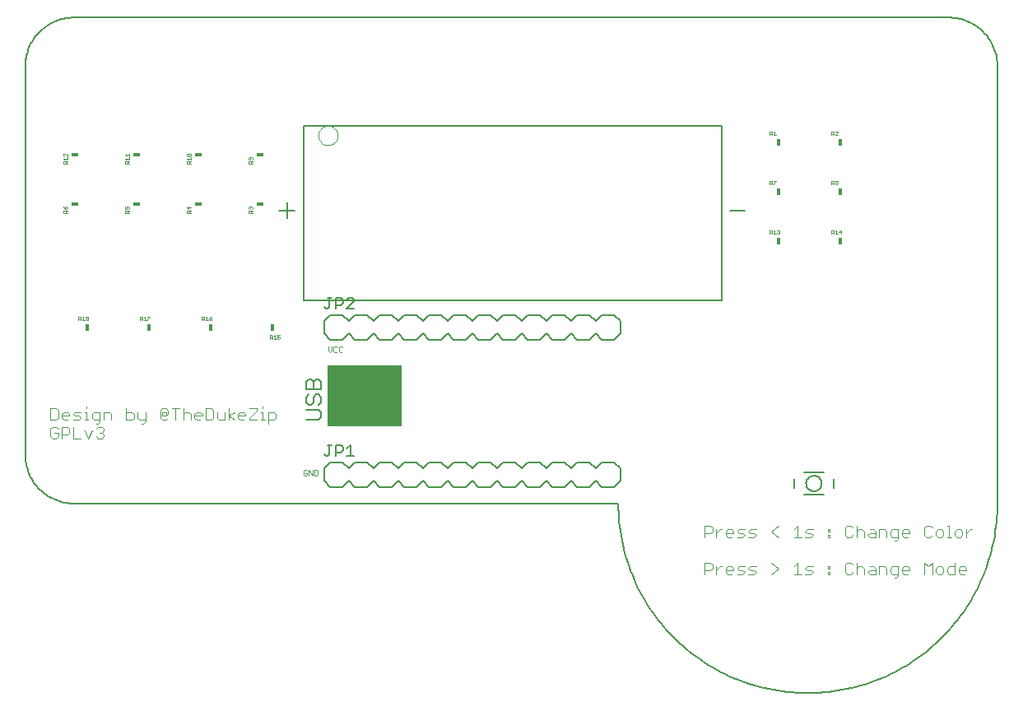
<source format=gto>
G75*
%MOIN*%
%OFA0B0*%
%FSLAX24Y24*%
%IPPOS*%
%LPD*%
%AMOC8*
5,1,8,0,0,1.08239X$1,22.5*
%
%ADD10C,0.0080*%
%ADD11C,0.0040*%
%ADD12C,0.0050*%
%ADD13C,0.0020*%
%ADD14R,0.3000X0.2500*%
%ADD15C,0.0000*%
%ADD16C,0.0059*%
%ADD17C,0.0010*%
%ADD18R,0.0180X0.0300*%
%ADD19R,0.0300X0.0180*%
D10*
X002109Y007817D02*
X024156Y007817D01*
X023992Y008494D02*
X023492Y008494D01*
X023242Y008744D01*
X022992Y008494D01*
X022492Y008494D01*
X022242Y008744D01*
X021992Y008494D01*
X021492Y008494D01*
X021242Y008744D01*
X020992Y008494D01*
X020492Y008494D01*
X020242Y008744D01*
X019992Y008494D01*
X019492Y008494D01*
X019242Y008744D01*
X018992Y008494D01*
X018492Y008494D01*
X018242Y008744D01*
X017992Y008494D01*
X017492Y008494D01*
X017242Y008744D01*
X016992Y008494D01*
X016492Y008494D01*
X016242Y008744D01*
X015992Y008494D01*
X015492Y008494D01*
X015242Y008744D01*
X014992Y008494D01*
X014492Y008494D01*
X014242Y008744D01*
X013992Y008494D01*
X013492Y008494D01*
X013242Y008744D01*
X012992Y008494D01*
X012492Y008494D01*
X012242Y008744D01*
X012242Y009244D01*
X012492Y009494D01*
X012992Y009494D01*
X013242Y009244D01*
X013492Y009494D01*
X013992Y009494D01*
X014242Y009244D01*
X014492Y009494D01*
X014992Y009494D01*
X015242Y009244D01*
X015492Y009494D01*
X015992Y009494D01*
X016242Y009244D01*
X016492Y009494D01*
X016992Y009494D01*
X017242Y009244D01*
X017492Y009494D01*
X017992Y009494D01*
X018242Y009244D01*
X018492Y009494D01*
X018992Y009494D01*
X019242Y009244D01*
X019492Y009494D01*
X019992Y009494D01*
X020242Y009244D01*
X020492Y009494D01*
X020992Y009494D01*
X021242Y009244D01*
X021492Y009494D01*
X021992Y009494D01*
X022242Y009244D01*
X022492Y009494D01*
X022992Y009494D01*
X023242Y009244D01*
X023492Y009494D01*
X023992Y009494D01*
X024242Y009244D01*
X024242Y008744D01*
X023992Y008494D01*
X031274Y008459D02*
X031274Y008817D01*
X031668Y009081D02*
X032486Y009081D01*
X032888Y008817D02*
X032888Y008459D01*
X032486Y008175D02*
X031668Y008175D01*
X024156Y007817D02*
X024158Y007630D01*
X024165Y007443D01*
X024176Y007257D01*
X024192Y007070D01*
X024213Y006885D01*
X024238Y006699D01*
X024267Y006515D01*
X024301Y006331D01*
X024340Y006148D01*
X024383Y005966D01*
X024430Y005785D01*
X024482Y005605D01*
X024538Y005427D01*
X024598Y005250D01*
X024663Y005075D01*
X024731Y004901D01*
X024805Y004729D01*
X024882Y004558D01*
X024963Y004390D01*
X025049Y004224D01*
X025138Y004060D01*
X025232Y003898D01*
X025329Y003738D01*
X025430Y003581D01*
X025535Y003426D01*
X025644Y003274D01*
X025757Y003125D01*
X025873Y002978D01*
X025992Y002835D01*
X026115Y002694D01*
X026242Y002556D01*
X026372Y002422D01*
X026505Y002290D01*
X026641Y002162D01*
X026780Y002037D01*
X026922Y001916D01*
X027067Y001798D01*
X027215Y001684D01*
X027366Y001573D01*
X027519Y001466D01*
X027675Y001363D01*
X027834Y001264D01*
X027995Y001169D01*
X028158Y001077D01*
X028323Y000990D01*
X028490Y000906D01*
X028659Y000827D01*
X028830Y000752D01*
X029003Y000680D01*
X029178Y000614D01*
X029354Y000551D01*
X029532Y000493D01*
X029711Y000439D01*
X029891Y000390D01*
X030073Y000345D01*
X030255Y000304D01*
X030439Y000268D01*
X030623Y000236D01*
X030808Y000209D01*
X030993Y000186D01*
X031179Y000168D01*
X031366Y000154D01*
X031553Y000145D01*
X031740Y000141D01*
X031926Y000141D01*
X032113Y000145D01*
X032300Y000154D01*
X032487Y000168D01*
X032673Y000186D01*
X032858Y000209D01*
X033043Y000236D01*
X033227Y000268D01*
X033411Y000304D01*
X033593Y000345D01*
X033775Y000390D01*
X033955Y000439D01*
X034134Y000493D01*
X034312Y000551D01*
X034488Y000614D01*
X034663Y000680D01*
X034836Y000752D01*
X035007Y000827D01*
X035176Y000906D01*
X035343Y000990D01*
X035508Y001077D01*
X035672Y001169D01*
X035832Y001264D01*
X035991Y001363D01*
X036147Y001466D01*
X036300Y001573D01*
X036451Y001684D01*
X036599Y001798D01*
X036744Y001916D01*
X036886Y002037D01*
X037025Y002162D01*
X037161Y002290D01*
X037294Y002422D01*
X037424Y002556D01*
X037551Y002694D01*
X037674Y002835D01*
X037793Y002978D01*
X037909Y003125D01*
X038022Y003274D01*
X038131Y003426D01*
X038236Y003581D01*
X038337Y003738D01*
X038434Y003898D01*
X038528Y004060D01*
X038617Y004224D01*
X038703Y004390D01*
X038784Y004558D01*
X038861Y004729D01*
X038935Y004901D01*
X039003Y005075D01*
X039068Y005250D01*
X039128Y005427D01*
X039184Y005605D01*
X039236Y005785D01*
X039283Y005966D01*
X039326Y006148D01*
X039365Y006331D01*
X039399Y006515D01*
X039428Y006699D01*
X039453Y006885D01*
X039474Y007070D01*
X039490Y007257D01*
X039501Y007443D01*
X039508Y007630D01*
X039510Y007817D01*
X039510Y025534D01*
X039511Y025534D02*
X039509Y025620D01*
X039504Y025706D01*
X039494Y025791D01*
X039481Y025876D01*
X039464Y025960D01*
X039444Y026044D01*
X039420Y026126D01*
X039392Y026207D01*
X039361Y026288D01*
X039327Y026366D01*
X039289Y026443D01*
X039247Y026519D01*
X039203Y026592D01*
X039155Y026663D01*
X039104Y026733D01*
X039050Y026800D01*
X038994Y026864D01*
X038934Y026926D01*
X038872Y026986D01*
X038808Y027042D01*
X038741Y027096D01*
X038671Y027147D01*
X038600Y027195D01*
X038527Y027239D01*
X038451Y027281D01*
X038374Y027319D01*
X038296Y027353D01*
X038215Y027384D01*
X038134Y027412D01*
X038052Y027436D01*
X037968Y027456D01*
X037884Y027473D01*
X037799Y027486D01*
X037714Y027496D01*
X037628Y027501D01*
X037542Y027503D01*
X037542Y027502D02*
X002109Y027502D01*
X002109Y027503D02*
X002023Y027501D01*
X001937Y027496D01*
X001852Y027486D01*
X001767Y027473D01*
X001683Y027456D01*
X001599Y027436D01*
X001517Y027412D01*
X001436Y027384D01*
X001355Y027353D01*
X001277Y027319D01*
X001200Y027281D01*
X001125Y027239D01*
X001051Y027195D01*
X000980Y027147D01*
X000910Y027096D01*
X000843Y027042D01*
X000779Y026986D01*
X000717Y026926D01*
X000657Y026864D01*
X000601Y026800D01*
X000547Y026733D01*
X000496Y026663D01*
X000448Y026592D01*
X000404Y026519D01*
X000362Y026443D01*
X000324Y026366D01*
X000290Y026288D01*
X000259Y026207D01*
X000231Y026126D01*
X000207Y026044D01*
X000187Y025960D01*
X000170Y025876D01*
X000157Y025791D01*
X000147Y025706D01*
X000142Y025620D01*
X000140Y025534D01*
X000140Y009786D01*
X000142Y009700D01*
X000147Y009614D01*
X000157Y009529D01*
X000170Y009444D01*
X000187Y009360D01*
X000207Y009276D01*
X000231Y009194D01*
X000259Y009113D01*
X000290Y009032D01*
X000324Y008954D01*
X000362Y008877D01*
X000404Y008802D01*
X000448Y008728D01*
X000496Y008657D01*
X000547Y008587D01*
X000601Y008520D01*
X000657Y008456D01*
X000717Y008394D01*
X000779Y008334D01*
X000843Y008278D01*
X000910Y008224D01*
X000980Y008173D01*
X001051Y008125D01*
X001124Y008081D01*
X001200Y008039D01*
X001277Y008001D01*
X001355Y007967D01*
X001436Y007936D01*
X001517Y007908D01*
X001599Y007884D01*
X001683Y007864D01*
X001767Y007847D01*
X001852Y007834D01*
X001937Y007824D01*
X002023Y007819D01*
X002109Y007817D01*
X012242Y014713D02*
X012492Y014463D01*
X012992Y014463D01*
X013242Y014713D01*
X013492Y014463D01*
X013992Y014463D01*
X014242Y014713D01*
X014492Y014463D01*
X014992Y014463D01*
X015242Y014713D01*
X015492Y014463D01*
X015992Y014463D01*
X016242Y014713D01*
X016492Y014463D01*
X016992Y014463D01*
X017242Y014713D01*
X017492Y014463D01*
X017992Y014463D01*
X018242Y014713D01*
X018492Y014463D01*
X018992Y014463D01*
X019242Y014713D01*
X019492Y014463D01*
X019992Y014463D01*
X020242Y014713D01*
X020492Y014463D01*
X020992Y014463D01*
X021242Y014713D01*
X021492Y014463D01*
X021992Y014463D01*
X022242Y014713D01*
X022492Y014463D01*
X022992Y014463D01*
X023242Y014713D01*
X023492Y014463D01*
X023992Y014463D01*
X024242Y014713D01*
X024242Y015213D01*
X023992Y015463D01*
X023492Y015463D01*
X023242Y015213D01*
X022992Y015463D01*
X022492Y015463D01*
X022242Y015213D01*
X021992Y015463D01*
X021492Y015463D01*
X021242Y015213D01*
X020992Y015463D01*
X020492Y015463D01*
X020242Y015213D01*
X019992Y015463D01*
X019492Y015463D01*
X019242Y015213D01*
X018992Y015463D01*
X018492Y015463D01*
X018242Y015213D01*
X017992Y015463D01*
X017492Y015463D01*
X017242Y015213D01*
X016992Y015463D01*
X016492Y015463D01*
X016242Y015213D01*
X015992Y015463D01*
X015492Y015463D01*
X015242Y015213D01*
X014992Y015463D01*
X014492Y015463D01*
X014242Y015213D01*
X013992Y015463D01*
X013492Y015463D01*
X013242Y015213D01*
X012992Y015463D01*
X012492Y015463D01*
X012242Y015213D01*
X012242Y014713D01*
X010737Y019387D02*
X010737Y020000D01*
X010430Y019694D02*
X011044Y019694D01*
X028680Y019694D02*
X029294Y019694D01*
D11*
X030653Y006924D02*
X030346Y006693D01*
X030653Y006463D01*
X031266Y006463D02*
X031573Y006463D01*
X031420Y006463D02*
X031420Y006924D01*
X031266Y006770D01*
X031727Y006693D02*
X031804Y006617D01*
X031957Y006617D01*
X032034Y006540D01*
X031957Y006463D01*
X031727Y006463D01*
X031727Y006693D02*
X031804Y006770D01*
X032034Y006770D01*
X032648Y006770D02*
X032648Y006693D01*
X032724Y006693D01*
X032724Y006770D01*
X032648Y006770D01*
X032648Y006540D02*
X032648Y006463D01*
X032724Y006463D01*
X032724Y006540D01*
X032648Y006540D01*
X033338Y006540D02*
X033415Y006463D01*
X033568Y006463D01*
X033645Y006540D01*
X033799Y006463D02*
X033799Y006924D01*
X033875Y006770D02*
X034029Y006770D01*
X034105Y006693D01*
X034105Y006463D01*
X034259Y006540D02*
X034336Y006617D01*
X034566Y006617D01*
X034566Y006693D02*
X034566Y006463D01*
X034336Y006463D01*
X034259Y006540D01*
X034336Y006770D02*
X034489Y006770D01*
X034566Y006693D01*
X034719Y006770D02*
X034950Y006770D01*
X035026Y006693D01*
X035026Y006463D01*
X035180Y006540D02*
X035256Y006463D01*
X035487Y006463D01*
X035487Y006386D02*
X035487Y006770D01*
X035256Y006770D01*
X035180Y006693D01*
X035180Y006540D01*
X035333Y006310D02*
X035410Y006310D01*
X035487Y006386D01*
X035640Y006540D02*
X035640Y006693D01*
X035717Y006770D01*
X035870Y006770D01*
X035947Y006693D01*
X035947Y006617D01*
X035640Y006617D01*
X035640Y006540D02*
X035717Y006463D01*
X035870Y006463D01*
X036561Y006540D02*
X036638Y006463D01*
X036791Y006463D01*
X036868Y006540D01*
X037021Y006540D02*
X037021Y006693D01*
X037098Y006770D01*
X037252Y006770D01*
X037328Y006693D01*
X037328Y006540D01*
X037252Y006463D01*
X037098Y006463D01*
X037021Y006540D01*
X036868Y006847D02*
X036791Y006924D01*
X036638Y006924D01*
X036561Y006847D01*
X036561Y006540D01*
X037482Y006463D02*
X037635Y006463D01*
X037558Y006463D02*
X037558Y006924D01*
X037482Y006924D01*
X037789Y006693D02*
X037789Y006540D01*
X037865Y006463D01*
X038019Y006463D01*
X038096Y006540D01*
X038096Y006693D01*
X038019Y006770D01*
X037865Y006770D01*
X037789Y006693D01*
X038249Y006617D02*
X038402Y006770D01*
X038479Y006770D01*
X038249Y006770D02*
X038249Y006463D01*
X037789Y005424D02*
X037789Y004963D01*
X037558Y004963D01*
X037482Y005040D01*
X037482Y005193D01*
X037558Y005270D01*
X037789Y005270D01*
X037942Y005193D02*
X038019Y005270D01*
X038172Y005270D01*
X038249Y005193D01*
X038249Y005117D01*
X037942Y005117D01*
X037942Y005193D02*
X037942Y005040D01*
X038019Y004963D01*
X038172Y004963D01*
X037328Y005040D02*
X037328Y005193D01*
X037252Y005270D01*
X037098Y005270D01*
X037021Y005193D01*
X037021Y005040D01*
X037098Y004963D01*
X037252Y004963D01*
X037328Y005040D01*
X036868Y004963D02*
X036868Y005424D01*
X036714Y005270D01*
X036561Y005424D01*
X036561Y004963D01*
X035947Y005117D02*
X035640Y005117D01*
X035640Y005193D02*
X035717Y005270D01*
X035870Y005270D01*
X035947Y005193D01*
X035947Y005117D01*
X035870Y004963D02*
X035717Y004963D01*
X035640Y005040D01*
X035640Y005193D01*
X035487Y005270D02*
X035256Y005270D01*
X035180Y005193D01*
X035180Y005040D01*
X035256Y004963D01*
X035487Y004963D01*
X035487Y004886D02*
X035487Y005270D01*
X035026Y005193D02*
X035026Y004963D01*
X035026Y005193D02*
X034950Y005270D01*
X034719Y005270D01*
X034719Y004963D01*
X034566Y004963D02*
X034336Y004963D01*
X034259Y005040D01*
X034336Y005117D01*
X034566Y005117D01*
X034566Y005193D02*
X034566Y004963D01*
X034566Y005193D02*
X034489Y005270D01*
X034336Y005270D01*
X034105Y005193D02*
X034105Y004963D01*
X034105Y005193D02*
X034029Y005270D01*
X033875Y005270D01*
X033799Y005193D01*
X033645Y005040D02*
X033568Y004963D01*
X033415Y004963D01*
X033338Y005040D01*
X033338Y005347D01*
X033415Y005424D01*
X033568Y005424D01*
X033645Y005347D01*
X033799Y005424D02*
X033799Y004963D01*
X032724Y004963D02*
X032648Y004963D01*
X032648Y005040D01*
X032724Y005040D01*
X032724Y004963D01*
X032724Y005193D02*
X032648Y005193D01*
X032648Y005270D01*
X032724Y005270D01*
X032724Y005193D01*
X032034Y005270D02*
X031804Y005270D01*
X031727Y005193D01*
X031804Y005117D01*
X031957Y005117D01*
X032034Y005040D01*
X031957Y004963D01*
X031727Y004963D01*
X031573Y004963D02*
X031266Y004963D01*
X031420Y004963D02*
X031420Y005424D01*
X031266Y005270D01*
X030653Y005193D02*
X030346Y004963D01*
X030653Y005193D02*
X030346Y005424D01*
X029732Y005270D02*
X029502Y005270D01*
X029425Y005193D01*
X029502Y005117D01*
X029655Y005117D01*
X029732Y005040D01*
X029655Y004963D01*
X029425Y004963D01*
X029271Y005040D02*
X029195Y005117D01*
X029041Y005117D01*
X028964Y005193D01*
X029041Y005270D01*
X029271Y005270D01*
X029271Y005040D02*
X029195Y004963D01*
X028964Y004963D01*
X028811Y005117D02*
X028504Y005117D01*
X028504Y005193D02*
X028581Y005270D01*
X028734Y005270D01*
X028811Y005193D01*
X028811Y005117D01*
X028734Y004963D02*
X028581Y004963D01*
X028504Y005040D01*
X028504Y005193D01*
X028351Y005270D02*
X028274Y005270D01*
X028120Y005117D01*
X028120Y005270D02*
X028120Y004963D01*
X027890Y005117D02*
X027660Y005117D01*
X027660Y004963D02*
X027660Y005424D01*
X027890Y005424D01*
X027967Y005347D01*
X027967Y005193D01*
X027890Y005117D01*
X027660Y006463D02*
X027660Y006924D01*
X027890Y006924D01*
X027967Y006847D01*
X027967Y006693D01*
X027890Y006617D01*
X027660Y006617D01*
X028120Y006617D02*
X028274Y006770D01*
X028351Y006770D01*
X028504Y006693D02*
X028581Y006770D01*
X028734Y006770D01*
X028811Y006693D01*
X028811Y006617D01*
X028504Y006617D01*
X028504Y006693D02*
X028504Y006540D01*
X028581Y006463D01*
X028734Y006463D01*
X028964Y006463D02*
X029195Y006463D01*
X029271Y006540D01*
X029195Y006617D01*
X029041Y006617D01*
X028964Y006693D01*
X029041Y006770D01*
X029271Y006770D01*
X029425Y006693D02*
X029502Y006617D01*
X029655Y006617D01*
X029732Y006540D01*
X029655Y006463D01*
X029425Y006463D01*
X029425Y006693D02*
X029502Y006770D01*
X029732Y006770D01*
X028120Y006770D02*
X028120Y006463D01*
X033338Y006540D02*
X033338Y006847D01*
X033415Y006924D01*
X033568Y006924D01*
X033645Y006847D01*
X033799Y006693D02*
X033875Y006770D01*
X034719Y006770D02*
X034719Y006463D01*
X035487Y004886D02*
X035410Y004810D01*
X035333Y004810D01*
X010291Y011290D02*
X010214Y011213D01*
X009984Y011213D01*
X009831Y011213D02*
X009677Y011213D01*
X009754Y011213D02*
X009754Y011520D01*
X009677Y011520D01*
X009524Y011597D02*
X009217Y011290D01*
X009217Y011213D01*
X009524Y011213D01*
X009524Y011597D02*
X009524Y011674D01*
X009217Y011674D01*
X008987Y011520D02*
X009063Y011443D01*
X009063Y011367D01*
X008756Y011367D01*
X008756Y011443D02*
X008833Y011520D01*
X008987Y011520D01*
X008756Y011443D02*
X008756Y011290D01*
X008833Y011213D01*
X008987Y011213D01*
X008603Y011213D02*
X008373Y011367D01*
X008603Y011520D01*
X008373Y011674D02*
X008373Y011213D01*
X008219Y011213D02*
X008219Y011520D01*
X007912Y011520D02*
X007912Y011290D01*
X007989Y011213D01*
X008219Y011213D01*
X007759Y011290D02*
X007759Y011597D01*
X007682Y011674D01*
X007452Y011674D01*
X007452Y011213D01*
X007682Y011213D01*
X007759Y011290D01*
X007299Y011367D02*
X006992Y011367D01*
X006992Y011443D02*
X007068Y011520D01*
X007222Y011520D01*
X007299Y011443D01*
X007299Y011367D01*
X007222Y011213D02*
X007068Y011213D01*
X006992Y011290D01*
X006992Y011443D01*
X006838Y011443D02*
X006838Y011213D01*
X006838Y011443D02*
X006761Y011520D01*
X006608Y011520D01*
X006531Y011443D01*
X006531Y011213D02*
X006531Y011674D01*
X006378Y011674D02*
X006071Y011674D01*
X006224Y011674D02*
X006224Y011213D01*
X005917Y011290D02*
X005841Y011213D01*
X005687Y011213D01*
X005610Y011290D01*
X005610Y011597D01*
X005687Y011674D01*
X005841Y011674D01*
X005917Y011597D01*
X005917Y011443D01*
X005841Y011367D01*
X005841Y011520D01*
X005687Y011520D01*
X005687Y011367D01*
X005841Y011367D01*
X004997Y011520D02*
X004997Y011136D01*
X004920Y011060D01*
X004843Y011060D01*
X004766Y011213D02*
X004997Y011213D01*
X004766Y011213D02*
X004690Y011290D01*
X004690Y011520D01*
X004536Y011443D02*
X004459Y011520D01*
X004229Y011520D01*
X004229Y011674D02*
X004229Y011213D01*
X004459Y011213D01*
X004536Y011290D01*
X004536Y011443D01*
X003615Y011443D02*
X003615Y011213D01*
X003615Y011443D02*
X003539Y011520D01*
X003308Y011520D01*
X003308Y011213D01*
X003155Y011213D02*
X002925Y011213D01*
X002848Y011290D01*
X002848Y011443D01*
X002925Y011520D01*
X003155Y011520D01*
X003155Y011136D01*
X003078Y011060D01*
X003002Y011060D01*
X003078Y010924D02*
X003232Y010924D01*
X003308Y010847D01*
X003308Y010770D01*
X003232Y010693D01*
X003308Y010617D01*
X003308Y010540D01*
X003232Y010463D01*
X003078Y010463D01*
X003002Y010540D01*
X003155Y010693D02*
X003232Y010693D01*
X003002Y010847D02*
X003078Y010924D01*
X002848Y010770D02*
X002695Y010463D01*
X002541Y010770D01*
X002388Y010463D02*
X002081Y010463D01*
X002081Y010924D01*
X001927Y010847D02*
X001927Y010693D01*
X001851Y010617D01*
X001620Y010617D01*
X001620Y010463D02*
X001620Y010924D01*
X001851Y010924D01*
X001927Y010847D01*
X001851Y011213D02*
X001697Y011213D01*
X001620Y011290D01*
X001620Y011443D01*
X001697Y011520D01*
X001851Y011520D01*
X001927Y011443D01*
X001927Y011367D01*
X001620Y011367D01*
X001467Y011290D02*
X001467Y011597D01*
X001390Y011674D01*
X001160Y011674D01*
X001160Y011213D01*
X001390Y011213D01*
X001467Y011290D01*
X001390Y010924D02*
X001237Y010924D01*
X001160Y010847D01*
X001160Y010540D01*
X001237Y010463D01*
X001390Y010463D01*
X001467Y010540D01*
X001467Y010693D01*
X001313Y010693D01*
X001467Y010847D02*
X001390Y010924D01*
X002081Y011213D02*
X002311Y011213D01*
X002388Y011290D01*
X002311Y011367D01*
X002158Y011367D01*
X002081Y011443D01*
X002158Y011520D01*
X002388Y011520D01*
X002541Y011520D02*
X002618Y011520D01*
X002618Y011213D01*
X002541Y011213D02*
X002695Y011213D01*
X002618Y011674D02*
X002618Y011750D01*
X009754Y011750D02*
X009754Y011674D01*
X009984Y011520D02*
X010214Y011520D01*
X010291Y011443D01*
X010291Y011290D01*
X009984Y011060D02*
X009984Y011520D01*
D12*
X011504Y011625D02*
X012013Y011625D01*
X012115Y011523D01*
X012115Y011320D01*
X012013Y011218D01*
X011504Y011218D01*
X011606Y011826D02*
X011708Y011826D01*
X011810Y011928D01*
X011810Y012131D01*
X011911Y012233D01*
X012013Y012233D01*
X012115Y012131D01*
X012115Y011928D01*
X012013Y011826D01*
X011606Y011826D02*
X011504Y011928D01*
X011504Y012131D01*
X011606Y012233D01*
X011504Y012434D02*
X011504Y012739D01*
X011606Y012841D01*
X011708Y012841D01*
X011810Y012739D01*
X011810Y012434D01*
X012115Y012434D02*
X011504Y012434D01*
X012115Y012434D02*
X012115Y012739D01*
X012013Y012841D01*
X011911Y012841D01*
X011810Y012739D01*
X012387Y010190D02*
X012538Y010190D01*
X012463Y010190D02*
X012463Y009814D01*
X012387Y009739D01*
X012312Y009739D01*
X012237Y009814D01*
X012698Y009739D02*
X012698Y010190D01*
X012923Y010190D01*
X012998Y010115D01*
X012998Y009965D01*
X012923Y009889D01*
X012698Y009889D01*
X013158Y009739D02*
X013458Y009739D01*
X013308Y009739D02*
X013308Y010190D01*
X013158Y010040D01*
X013158Y015708D02*
X013458Y016008D01*
X013458Y016083D01*
X013383Y016158D01*
X013233Y016158D01*
X013158Y016083D01*
X012998Y016083D02*
X012998Y015933D01*
X012923Y015858D01*
X012698Y015858D01*
X012698Y015708D02*
X012698Y016158D01*
X012923Y016158D01*
X012998Y016083D01*
X012538Y016158D02*
X012387Y016158D01*
X012463Y016158D02*
X012463Y015783D01*
X012387Y015708D01*
X012312Y015708D01*
X012237Y015783D01*
X011416Y016034D02*
X011416Y023120D01*
X028345Y023120D01*
X028345Y016034D01*
X011416Y016034D01*
X013158Y015708D02*
X013458Y015708D01*
D13*
X012952Y014173D02*
X012879Y014173D01*
X012842Y014137D01*
X012842Y013990D01*
X012879Y013953D01*
X012952Y013953D01*
X012989Y013990D01*
X012989Y014137D02*
X012952Y014173D01*
X012768Y014137D02*
X012731Y014173D01*
X012658Y014173D01*
X012621Y014137D01*
X012621Y013990D01*
X012658Y013953D01*
X012731Y013953D01*
X012768Y013990D01*
X012547Y014027D02*
X012547Y014173D01*
X012547Y014027D02*
X012473Y013953D01*
X012400Y014027D01*
X012400Y014173D01*
X011952Y009173D02*
X011842Y009173D01*
X011842Y008953D01*
X011952Y008953D01*
X011989Y008990D01*
X011989Y009137D01*
X011952Y009173D01*
X011768Y009173D02*
X011768Y008953D01*
X011621Y009173D01*
X011621Y008953D01*
X011547Y008990D02*
X011547Y009063D01*
X011473Y009063D01*
X011400Y008990D02*
X011437Y008953D01*
X011510Y008953D01*
X011547Y008990D01*
X011547Y009137D02*
X011510Y009173D01*
X011437Y009173D01*
X011400Y009137D01*
X011400Y008990D01*
D14*
X013890Y012193D03*
D15*
X012006Y022727D02*
X012008Y022766D01*
X012014Y022805D01*
X012024Y022843D01*
X012037Y022880D01*
X012054Y022915D01*
X012074Y022949D01*
X012098Y022980D01*
X012125Y023009D01*
X012154Y023035D01*
X012186Y023058D01*
X012220Y023078D01*
X012256Y023094D01*
X012293Y023106D01*
X012332Y023115D01*
X012371Y023120D01*
X012410Y023121D01*
X012449Y023118D01*
X012488Y023111D01*
X012525Y023100D01*
X012562Y023086D01*
X012597Y023068D01*
X012630Y023047D01*
X012661Y023022D01*
X012689Y022995D01*
X012714Y022965D01*
X012736Y022932D01*
X012755Y022898D01*
X012770Y022862D01*
X012782Y022824D01*
X012790Y022786D01*
X012794Y022747D01*
X012794Y022707D01*
X012790Y022668D01*
X012782Y022630D01*
X012770Y022592D01*
X012755Y022556D01*
X012736Y022522D01*
X012714Y022489D01*
X012689Y022459D01*
X012661Y022432D01*
X012630Y022407D01*
X012597Y022386D01*
X012562Y022368D01*
X012525Y022354D01*
X012488Y022343D01*
X012449Y022336D01*
X012410Y022333D01*
X012371Y022334D01*
X012332Y022339D01*
X012293Y022348D01*
X012256Y022360D01*
X012220Y022376D01*
X012186Y022396D01*
X012154Y022419D01*
X012125Y022445D01*
X012098Y022474D01*
X012074Y022505D01*
X012054Y022539D01*
X012037Y022574D01*
X012024Y022611D01*
X012014Y022649D01*
X012008Y022688D01*
X012006Y022727D01*
D16*
X031762Y008632D02*
X031764Y008667D01*
X031770Y008702D01*
X031780Y008736D01*
X031793Y008769D01*
X031810Y008800D01*
X031831Y008828D01*
X031854Y008855D01*
X031881Y008878D01*
X031909Y008899D01*
X031940Y008916D01*
X031973Y008929D01*
X032007Y008939D01*
X032042Y008945D01*
X032077Y008947D01*
X032112Y008945D01*
X032147Y008939D01*
X032181Y008929D01*
X032214Y008916D01*
X032245Y008899D01*
X032273Y008878D01*
X032300Y008855D01*
X032323Y008828D01*
X032344Y008800D01*
X032361Y008769D01*
X032374Y008736D01*
X032384Y008702D01*
X032390Y008667D01*
X032392Y008632D01*
X032390Y008597D01*
X032384Y008562D01*
X032374Y008528D01*
X032361Y008495D01*
X032344Y008464D01*
X032323Y008436D01*
X032300Y008409D01*
X032273Y008386D01*
X032245Y008365D01*
X032214Y008348D01*
X032181Y008335D01*
X032147Y008325D01*
X032112Y008319D01*
X032077Y008317D01*
X032042Y008319D01*
X032007Y008325D01*
X031973Y008335D01*
X031940Y008348D01*
X031909Y008365D01*
X031881Y008386D01*
X031854Y008409D01*
X031831Y008436D01*
X031810Y008464D01*
X031793Y008495D01*
X031780Y008528D01*
X031770Y008562D01*
X031764Y008597D01*
X031762Y008632D01*
D17*
X032795Y018748D02*
X032795Y018898D01*
X032870Y018898D01*
X032895Y018873D01*
X032895Y018823D01*
X032870Y018798D01*
X032795Y018798D01*
X032845Y018798D02*
X032895Y018748D01*
X032942Y018748D02*
X033042Y018748D01*
X032992Y018748D02*
X032992Y018898D01*
X032942Y018848D01*
X033090Y018823D02*
X033190Y018823D01*
X033165Y018748D02*
X033165Y018898D01*
X033090Y018823D01*
X030690Y018798D02*
X030690Y018773D01*
X030665Y018748D01*
X030615Y018748D01*
X030590Y018773D01*
X030542Y018748D02*
X030442Y018748D01*
X030395Y018748D02*
X030345Y018798D01*
X030370Y018798D02*
X030295Y018798D01*
X030295Y018748D02*
X030295Y018898D01*
X030370Y018898D01*
X030395Y018873D01*
X030395Y018823D01*
X030370Y018798D01*
X030442Y018848D02*
X030492Y018898D01*
X030492Y018748D01*
X030590Y018873D02*
X030615Y018898D01*
X030665Y018898D01*
X030690Y018873D01*
X030690Y018848D01*
X030665Y018823D01*
X030690Y018798D01*
X030665Y018823D02*
X030640Y018823D01*
X030442Y020748D02*
X030442Y020773D01*
X030542Y020873D01*
X030542Y020898D01*
X030442Y020898D01*
X030395Y020873D02*
X030395Y020823D01*
X030370Y020798D01*
X030295Y020798D01*
X030295Y020748D02*
X030295Y020898D01*
X030370Y020898D01*
X030395Y020873D01*
X030345Y020798D02*
X030395Y020748D01*
X032795Y020748D02*
X032795Y020898D01*
X032870Y020898D01*
X032895Y020873D01*
X032895Y020823D01*
X032870Y020798D01*
X032795Y020798D01*
X032845Y020798D02*
X032895Y020748D01*
X032942Y020773D02*
X032942Y020798D01*
X032967Y020823D01*
X033017Y020823D01*
X033042Y020798D01*
X033042Y020773D01*
X033017Y020748D01*
X032967Y020748D01*
X032942Y020773D01*
X032967Y020823D02*
X032942Y020848D01*
X032942Y020873D01*
X032967Y020898D01*
X033017Y020898D01*
X033042Y020873D01*
X033042Y020848D01*
X033017Y020823D01*
X033042Y022748D02*
X032942Y022748D01*
X033042Y022848D01*
X033042Y022873D01*
X033017Y022898D01*
X032967Y022898D01*
X032942Y022873D01*
X032895Y022873D02*
X032895Y022823D01*
X032870Y022798D01*
X032795Y022798D01*
X032795Y022748D02*
X032795Y022898D01*
X032870Y022898D01*
X032895Y022873D01*
X032845Y022798D02*
X032895Y022748D01*
X030542Y022748D02*
X030442Y022748D01*
X030395Y022748D02*
X030345Y022798D01*
X030370Y022798D02*
X030295Y022798D01*
X030295Y022748D02*
X030295Y022898D01*
X030370Y022898D01*
X030395Y022873D01*
X030395Y022823D01*
X030370Y022798D01*
X030442Y022848D02*
X030492Y022898D01*
X030492Y022748D01*
X010448Y014638D02*
X010348Y014638D01*
X010348Y014563D01*
X010398Y014588D01*
X010423Y014588D01*
X010448Y014563D01*
X010448Y014513D01*
X010423Y014488D01*
X010373Y014488D01*
X010348Y014513D01*
X010300Y014488D02*
X010200Y014488D01*
X010153Y014488D02*
X010103Y014538D01*
X010128Y014538D02*
X010053Y014538D01*
X010053Y014488D02*
X010053Y014638D01*
X010128Y014638D01*
X010153Y014613D01*
X010153Y014563D01*
X010128Y014538D01*
X010200Y014588D02*
X010250Y014638D01*
X010250Y014488D01*
X007690Y015273D02*
X007690Y015298D01*
X007665Y015323D01*
X007590Y015323D01*
X007590Y015273D01*
X007615Y015248D01*
X007665Y015248D01*
X007690Y015273D01*
X007640Y015373D02*
X007590Y015323D01*
X007640Y015373D02*
X007690Y015398D01*
X007492Y015398D02*
X007492Y015248D01*
X007442Y015248D02*
X007542Y015248D01*
X007442Y015348D02*
X007492Y015398D01*
X007395Y015373D02*
X007395Y015323D01*
X007370Y015298D01*
X007295Y015298D01*
X007295Y015248D02*
X007295Y015398D01*
X007370Y015398D01*
X007395Y015373D01*
X007345Y015298D02*
X007395Y015248D01*
X005190Y015373D02*
X005090Y015273D01*
X005090Y015248D01*
X005042Y015248D02*
X004942Y015248D01*
X004895Y015248D02*
X004845Y015298D01*
X004870Y015298D02*
X004795Y015298D01*
X004795Y015248D02*
X004795Y015398D01*
X004870Y015398D01*
X004895Y015373D01*
X004895Y015323D01*
X004870Y015298D01*
X004942Y015348D02*
X004992Y015398D01*
X004992Y015248D01*
X005090Y015398D02*
X005190Y015398D01*
X005190Y015373D01*
X002690Y015373D02*
X002690Y015348D01*
X002665Y015323D01*
X002615Y015323D01*
X002590Y015348D01*
X002590Y015373D01*
X002615Y015398D01*
X002665Y015398D01*
X002690Y015373D01*
X002665Y015323D02*
X002690Y015298D01*
X002690Y015273D01*
X002665Y015248D01*
X002615Y015248D01*
X002590Y015273D01*
X002590Y015298D01*
X002615Y015323D01*
X002542Y015248D02*
X002442Y015248D01*
X002395Y015248D02*
X002345Y015298D01*
X002370Y015298D02*
X002295Y015298D01*
X002295Y015248D02*
X002295Y015398D01*
X002370Y015398D01*
X002395Y015373D01*
X002395Y015323D01*
X002370Y015298D01*
X002442Y015348D02*
X002492Y015398D01*
X002492Y015248D01*
X001835Y019598D02*
X001685Y019598D01*
X001685Y019673D01*
X001710Y019698D01*
X001760Y019698D01*
X001785Y019673D01*
X001785Y019598D01*
X001785Y019648D02*
X001835Y019698D01*
X001810Y019745D02*
X001835Y019770D01*
X001835Y019821D01*
X001810Y019846D01*
X001785Y019846D01*
X001760Y019821D01*
X001760Y019745D01*
X001810Y019745D01*
X001760Y019745D02*
X001710Y019796D01*
X001685Y019846D01*
X004185Y019846D02*
X004185Y019745D01*
X004260Y019745D01*
X004235Y019796D01*
X004235Y019821D01*
X004260Y019846D01*
X004310Y019846D01*
X004335Y019821D01*
X004335Y019770D01*
X004310Y019745D01*
X004335Y019698D02*
X004285Y019648D01*
X004285Y019673D02*
X004285Y019598D01*
X004335Y019598D02*
X004185Y019598D01*
X004185Y019673D01*
X004210Y019698D01*
X004260Y019698D01*
X004285Y019673D01*
X006685Y019673D02*
X006685Y019598D01*
X006835Y019598D01*
X006785Y019598D02*
X006785Y019673D01*
X006760Y019698D01*
X006710Y019698D01*
X006685Y019673D01*
X006785Y019648D02*
X006835Y019698D01*
X006760Y019745D02*
X006760Y019846D01*
X006835Y019821D02*
X006685Y019821D01*
X006760Y019745D01*
X009185Y019770D02*
X009185Y019821D01*
X009210Y019846D01*
X009235Y019846D01*
X009260Y019821D01*
X009285Y019846D01*
X009310Y019846D01*
X009335Y019821D01*
X009335Y019770D01*
X009310Y019745D01*
X009335Y019698D02*
X009285Y019648D01*
X009285Y019673D02*
X009285Y019598D01*
X009335Y019598D02*
X009185Y019598D01*
X009185Y019673D01*
X009210Y019698D01*
X009260Y019698D01*
X009285Y019673D01*
X009210Y019745D02*
X009185Y019770D01*
X009260Y019796D02*
X009260Y019821D01*
X009285Y021598D02*
X009285Y021673D01*
X009260Y021698D01*
X009210Y021698D01*
X009185Y021673D01*
X009185Y021598D01*
X009335Y021598D01*
X009285Y021648D02*
X009335Y021698D01*
X009310Y021745D02*
X009335Y021770D01*
X009335Y021821D01*
X009310Y021846D01*
X009210Y021846D01*
X009185Y021821D01*
X009185Y021770D01*
X009210Y021745D01*
X009235Y021745D01*
X009260Y021770D01*
X009260Y021846D01*
X006835Y021846D02*
X006835Y021745D01*
X006835Y021698D02*
X006785Y021648D01*
X006785Y021673D02*
X006785Y021598D01*
X006835Y021598D02*
X006685Y021598D01*
X006685Y021673D01*
X006710Y021698D01*
X006760Y021698D01*
X006785Y021673D01*
X006735Y021745D02*
X006685Y021796D01*
X006835Y021796D01*
X006810Y021893D02*
X006710Y021993D01*
X006810Y021993D01*
X006835Y021968D01*
X006835Y021918D01*
X006810Y021893D01*
X006710Y021893D01*
X006685Y021918D01*
X006685Y021968D01*
X006710Y021993D01*
X004335Y021993D02*
X004335Y021893D01*
X004335Y021846D02*
X004335Y021745D01*
X004335Y021698D02*
X004285Y021648D01*
X004285Y021673D02*
X004285Y021598D01*
X004335Y021598D02*
X004185Y021598D01*
X004185Y021673D01*
X004210Y021698D01*
X004260Y021698D01*
X004285Y021673D01*
X004235Y021745D02*
X004185Y021796D01*
X004335Y021796D01*
X004235Y021893D02*
X004185Y021943D01*
X004335Y021943D01*
X001835Y021993D02*
X001835Y021893D01*
X001735Y021993D01*
X001710Y021993D01*
X001685Y021968D01*
X001685Y021918D01*
X001710Y021893D01*
X001685Y021796D02*
X001835Y021796D01*
X001835Y021846D02*
X001835Y021745D01*
X001835Y021698D02*
X001785Y021648D01*
X001785Y021673D02*
X001785Y021598D01*
X001835Y021598D02*
X001685Y021598D01*
X001685Y021673D01*
X001710Y021698D01*
X001760Y021698D01*
X001785Y021673D01*
X001735Y021745D02*
X001685Y021796D01*
D18*
X002640Y014943D03*
X005140Y014943D03*
X007640Y014943D03*
X010140Y014943D03*
X030640Y018443D03*
X033140Y018443D03*
X033140Y020443D03*
X030640Y020443D03*
X030640Y022443D03*
X033140Y022443D03*
D19*
X009640Y021943D03*
X007140Y021943D03*
X007140Y019943D03*
X009640Y019943D03*
X004640Y019943D03*
X002140Y019943D03*
X002140Y021943D03*
X004640Y021943D03*
M02*

</source>
